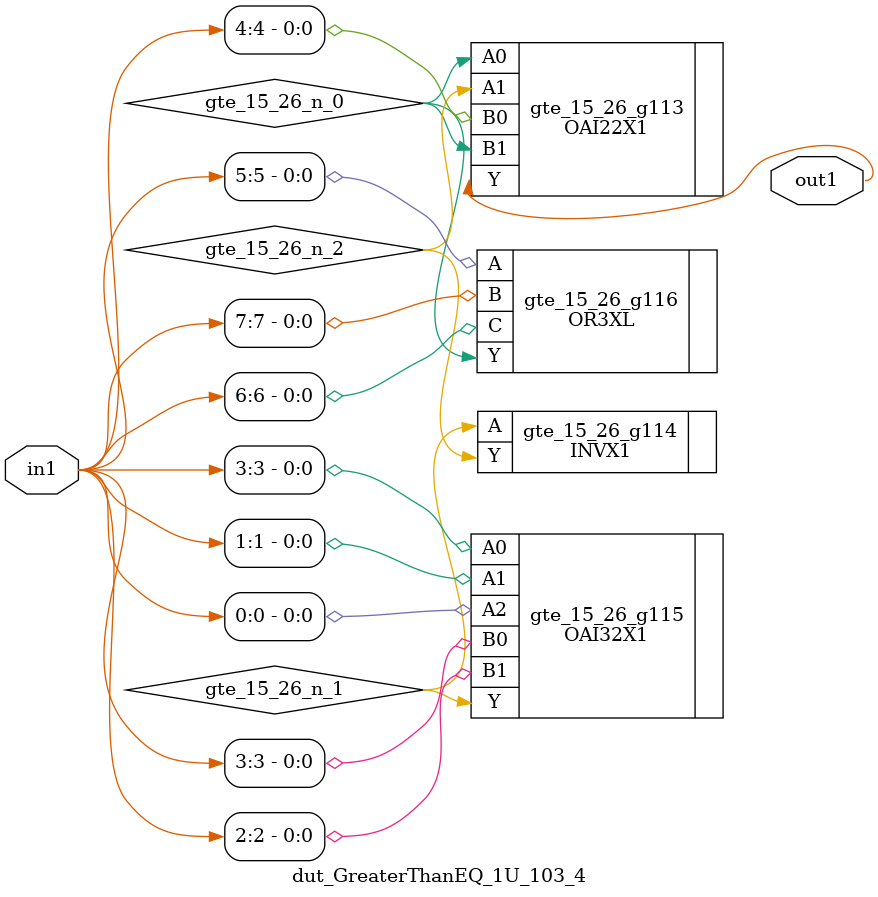
<source format=v>
`timescale 1ps / 1ps


module dut_GreaterThanEQ_1U_103_4(in1, out1);
  input [7:0] in1;
  output out1;
  wire [7:0] in1;
  wire out1;
  wire gte_15_26_n_0, gte_15_26_n_1, gte_15_26_n_2;
  OAI22X1 gte_15_26_g113(.A0 (gte_15_26_n_0), .A1 (gte_15_26_n_2), .B0
       (in1[4]), .B1 (gte_15_26_n_0), .Y (out1));
  INVX1 gte_15_26_g114(.A (gte_15_26_n_1), .Y (gte_15_26_n_2));
  OAI32X1 gte_15_26_g115(.A0 (in1[3]), .A1 (in1[1]), .A2 (in1[0]), .B0
       (in1[3]), .B1 (in1[2]), .Y (gte_15_26_n_1));
  OR3XL gte_15_26_g116(.A (in1[5]), .B (in1[7]), .C (in1[6]), .Y
       (gte_15_26_n_0));
endmodule



</source>
